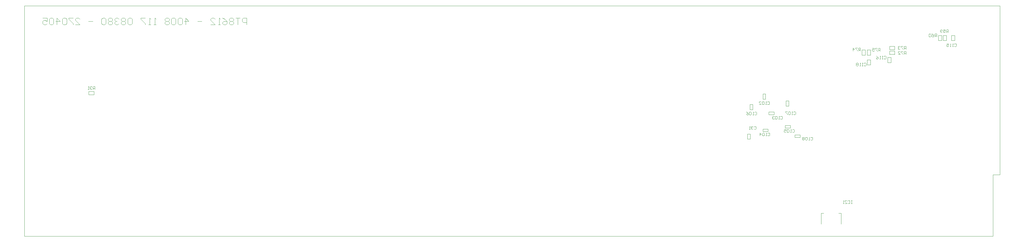
<source format=gbo>
*%FSLAX23Y23*%
*%MOIN*%
G01*
D11*
X15746Y6683D02*
X15828D01*
X15746Y5943D02*
X4096D01*
Y8718D02*
X15828D01*
X15746Y6683D02*
Y5943D01*
X15828Y6683D02*
Y8718D01*
X4096D02*
Y5943D01*
D12*
X15281Y8256D02*
X15287Y8261D01*
X15299D01*
X15305Y8256D01*
Y8232D01*
X15299Y8226D01*
X15287D01*
X15281Y8232D01*
X15270Y8226D02*
X15258D01*
X15264D01*
Y8261D01*
X15265D01*
X15264D02*
X15270Y8256D01*
X15241Y8226D02*
X15229D01*
X15235D01*
Y8261D01*
X15236D01*
X15235D02*
X15241Y8256D01*
X15211Y8261D02*
X15188D01*
X15211D02*
Y8244D01*
X15200Y8250D01*
X15194D01*
X15188Y8244D01*
Y8232D01*
X15194Y8226D01*
X15206D01*
X15211Y8232D01*
X15206Y8396D02*
Y8431D01*
X15189D01*
X15183Y8425D01*
Y8413D01*
X15189Y8407D01*
X15206D01*
X15195D02*
X15183Y8396D01*
X15171Y8431D02*
X15148D01*
X15171D02*
Y8413D01*
X15160Y8419D01*
X15154D01*
X15148Y8413D01*
Y8402D01*
X15154Y8396D01*
X15165D01*
X15171Y8402D01*
X15136D02*
X15130Y8396D01*
X15119D01*
X15113Y8402D01*
Y8425D01*
X15119Y8431D01*
X15130D01*
X15136Y8425D01*
Y8419D01*
X15130Y8413D01*
X15113D01*
X15068Y8380D02*
Y8345D01*
Y8380D02*
X15051D01*
X15045Y8374D01*
Y8362D01*
X15051Y8356D01*
X15068D01*
X15057D02*
X15045Y8345D01*
X15022Y8374D02*
X15010Y8380D01*
X15022Y8374D02*
X15033Y8362D01*
Y8350D01*
X15028Y8345D01*
X15016D01*
X15010Y8350D01*
Y8356D01*
X15016Y8362D01*
X15033D01*
X14998Y8374D02*
X14993Y8380D01*
X14981D01*
X14975Y8374D01*
Y8350D01*
X14981Y8345D01*
X14993D01*
X14998Y8350D01*
Y8374D01*
X14698Y8230D02*
Y8195D01*
Y8230D02*
X14681D01*
X14675Y8224D01*
Y8212D01*
X14681Y8207D01*
X14698D01*
X14687D02*
X14675Y8195D01*
X14663Y8230D02*
X14640D01*
Y8224D01*
X14663Y8201D01*
Y8195D01*
X14628Y8224D02*
X14623Y8230D01*
X14611D01*
X14605Y8224D01*
Y8218D01*
X14606D01*
X14605D02*
X14606D01*
X14605D02*
X14606D01*
X14605D02*
X14611Y8212D01*
X14617D01*
X14611D01*
X14605Y8207D01*
Y8201D01*
X14611Y8195D01*
X14623D01*
X14628Y8201D01*
X14698Y8167D02*
Y8132D01*
Y8167D02*
X14681D01*
X14675Y8161D01*
Y8149D01*
X14681Y8144D01*
X14698D01*
X14687D02*
X14675Y8132D01*
X14663Y8167D02*
X14640D01*
Y8161D01*
X14663Y8138D01*
Y8132D01*
X14628D02*
X14605D01*
X14628D02*
X14605Y8155D01*
Y8161D01*
X14611Y8167D01*
X14623D01*
X14628Y8161D01*
X14151Y8175D02*
Y8210D01*
X14134D01*
X14128Y8204D01*
Y8193D01*
X14134Y8187D01*
X14151D01*
X14139D02*
X14128Y8175D01*
X14116Y8210D02*
X14093D01*
Y8204D01*
X14116Y8181D01*
Y8175D01*
X14064D02*
Y8210D01*
X14081Y8193D01*
X14058D01*
X14387Y8206D02*
Y8171D01*
Y8206D02*
X14370D01*
X14364Y8201D01*
Y8189D01*
X14370Y8183D01*
X14387D01*
X14376D02*
X14364Y8171D01*
X14352Y8206D02*
X14329D01*
Y8201D01*
X14352Y8177D01*
Y8171D01*
X14317Y8206D02*
X14294D01*
X14317D02*
Y8189D01*
X14306Y8195D01*
X14300D01*
X14294Y8189D01*
Y8177D01*
X14300Y8171D01*
X14312D01*
X14317Y8177D01*
X14201Y8029D02*
X14195Y8023D01*
X14201Y8029D02*
X14212D01*
X14218Y8023D01*
Y8000D01*
X14212Y7994D01*
X14201D01*
X14195Y8000D01*
X14183Y7994D02*
X14171D01*
X14177D01*
Y8029D01*
X14178D01*
X14177D02*
X14183Y8023D01*
X14154Y7994D02*
X14142D01*
X14148D01*
Y8029D01*
X14149D01*
X14148D02*
X14154Y8023D01*
X14125D02*
X14119Y8029D01*
X14107D01*
X14101Y8023D01*
Y8018D01*
X14107Y8012D01*
X14101Y8006D01*
Y8000D01*
X14107Y7994D01*
X14119D01*
X14125Y8000D01*
Y8006D01*
X14119Y8012D01*
X14125Y8018D01*
Y8023D01*
X14119Y8012D02*
X14107D01*
X14435Y8106D02*
X14441Y8112D01*
X14452D01*
X14458Y8106D01*
Y8083D01*
X14452Y8077D01*
X14441D01*
X14435Y8083D01*
X14423Y8077D02*
X14412D01*
X14417D01*
Y8112D01*
X14418D01*
X14417D02*
X14423Y8106D01*
X14394Y8077D02*
X14382D01*
X14388D01*
Y8112D01*
X14389D01*
X14388D02*
X14394Y8106D01*
X14353D02*
X14342Y8112D01*
X14353Y8106D02*
X14365Y8094D01*
Y8083D01*
X14359Y8077D01*
X14347D01*
X14342Y8083D01*
Y8089D01*
X14347Y8094D01*
X14365D01*
X13354Y7443D02*
X13348Y7437D01*
X13354Y7443D02*
X13366D01*
X13372Y7437D01*
Y7413D01*
X13366Y7408D01*
X13354D01*
X13348Y7413D01*
X13337Y7408D02*
X13325D01*
X13331D01*
Y7443D01*
X13332D01*
X13331D02*
X13337Y7437D01*
X13307D02*
X13302Y7443D01*
X13290D01*
X13284Y7437D01*
Y7413D01*
X13290Y7408D01*
X13302D01*
X13307Y7413D01*
Y7437D01*
X13272Y7443D02*
X13249D01*
Y7437D01*
X13272Y7413D01*
Y7408D01*
X13197Y7387D02*
X13191Y7382D01*
X13197Y7387D02*
X13208D01*
X13214Y7382D01*
Y7358D01*
X13208Y7352D01*
X13197D01*
X13191Y7358D01*
X13179Y7352D02*
X13167D01*
X13173D01*
Y7387D01*
X13174D01*
X13173D02*
X13179Y7382D01*
X13150D02*
X13144Y7387D01*
X13132D01*
X13127Y7382D01*
Y7358D01*
X13132Y7352D01*
X13144D01*
X13150Y7358D01*
Y7382D01*
X13115D02*
X13109Y7387D01*
X13097D01*
X13092Y7382D01*
Y7376D01*
X13093D01*
X13092D02*
X13093D01*
X13092D02*
X13093D01*
X13092D02*
X13097Y7370D01*
X13103D01*
X13097D01*
X13092Y7364D01*
Y7358D01*
X13097Y7352D01*
X13109D01*
X13115Y7358D01*
X13333Y7224D02*
X13338Y7230D01*
X13350D01*
X13356Y7224D01*
Y7201D01*
X13350Y7195D01*
X13338D01*
X13333Y7201D01*
X13321Y7195D02*
X13309D01*
X13315D01*
Y7230D01*
X13316D01*
X13315D02*
X13321Y7224D01*
X13292D02*
X13286Y7230D01*
X13274D01*
X13268Y7224D01*
Y7201D01*
X13274Y7195D01*
X13286D01*
X13292Y7201D01*
Y7224D01*
X13257Y7230D02*
X13233D01*
X13257D02*
Y7212D01*
X13245Y7218D01*
X13239D01*
X13233Y7212D01*
Y7201D01*
X13239Y7195D01*
X13251D01*
X13257Y7201D01*
X13043Y7187D02*
X13037Y7181D01*
X13043Y7187D02*
X13055D01*
X13061Y7181D01*
Y7157D01*
X13055Y7152D01*
X13043D01*
X13037Y7157D01*
X13026Y7152D02*
X13014D01*
X13020D01*
Y7187D01*
X13021D01*
X13020D02*
X13026Y7181D01*
X12996D02*
X12991Y7187D01*
X12979D01*
X12973Y7181D01*
Y7157D01*
X12979Y7152D01*
X12991D01*
X12996Y7157D01*
Y7181D01*
X12944Y7187D02*
Y7152D01*
X12961Y7169D02*
X12944Y7187D01*
X12938Y7169D02*
X12961D01*
X13553Y7130D02*
X13559Y7135D01*
X13570D01*
X13576Y7130D01*
Y7106D01*
X13570Y7100D01*
X13559D01*
X13553Y7106D01*
X13541Y7100D02*
X13530D01*
X13535D01*
Y7135D01*
X13536D01*
X13535D02*
X13541Y7130D01*
X13512D02*
X13506Y7135D01*
X13495D01*
X13489Y7130D01*
Y7106D01*
X13495Y7100D01*
X13506D01*
X13512Y7106D01*
Y7130D01*
X13477D02*
X13471Y7135D01*
X13460D01*
X13454Y7130D01*
Y7124D01*
X13460Y7118D01*
X13454Y7112D01*
Y7106D01*
X13460Y7100D01*
X13471D01*
X13477Y7106D01*
Y7112D01*
X13471Y7118D01*
X13477Y7124D01*
Y7130D01*
X13471Y7118D02*
X13460D01*
X14041Y6372D02*
X14053D01*
X14047D02*
X14041D01*
X14047D02*
Y6337D01*
X14053D01*
X14041D01*
X14006Y6372D02*
X14000Y6366D01*
X14006Y6372D02*
X14018D01*
X14024Y6366D01*
Y6343D01*
X14018Y6337D01*
X14006D01*
X14000Y6343D01*
X13989Y6337D02*
X13965D01*
X13989D02*
X13965Y6360D01*
Y6366D01*
X13971Y6372D01*
X13983D01*
X13989Y6366D01*
X13954Y6337D02*
X13942D01*
X13948D01*
Y6372D01*
X13949D01*
X13948D02*
X13954Y6366D01*
X12886Y7439D02*
X12880Y7433D01*
X12886Y7439D02*
X12897D01*
X12903Y7433D01*
Y7409D01*
X12897Y7404D01*
X12886D01*
X12880Y7409D01*
X12868Y7404D02*
X12856D01*
X12862D01*
Y7439D01*
X12863D01*
X12862D02*
X12868Y7433D01*
X12839D02*
X12833Y7439D01*
X12821D01*
X12816Y7433D01*
Y7409D01*
X12821Y7404D01*
X12833D01*
X12839Y7409D01*
Y7433D01*
X12792D02*
X12781Y7439D01*
X12792Y7433D02*
X12804Y7421D01*
Y7409D01*
X12798Y7404D01*
X12786D01*
X12781Y7409D01*
Y7415D01*
X12786Y7421D01*
X12804D01*
X13033Y7559D02*
X13039Y7565D01*
X13051D01*
X13057Y7559D01*
Y7535D01*
X13051Y7530D01*
X13039D01*
X13033Y7535D01*
X13022Y7530D02*
X13010D01*
X13016D01*
Y7565D01*
X13017D01*
X13016D02*
X13022Y7559D01*
X12992D02*
X12987Y7565D01*
X12975D01*
X12969Y7559D01*
Y7535D01*
X12975Y7530D01*
X12987D01*
X12992Y7535D01*
Y7559D01*
X12957Y7530D02*
X12934D01*
X12957D02*
X12934Y7553D01*
Y7559D01*
X12940Y7565D01*
X12952D01*
X12957Y7559D01*
X12878Y7265D02*
X12872Y7260D01*
X12878Y7265D02*
X12889D01*
X12895Y7260D01*
Y7236D01*
X12889Y7230D01*
X12878D01*
X12872Y7236D01*
X12860Y7260D02*
X12854Y7265D01*
X12843D01*
X12837Y7260D01*
Y7254D01*
X12838D01*
X12837D02*
X12838D01*
X12837D02*
X12838D01*
X12837D02*
X12843Y7248D01*
X12849D01*
X12843D01*
X12837Y7242D01*
Y7236D01*
X12843Y7230D01*
X12854D01*
X12860Y7236D01*
X12825Y7230D02*
X12814D01*
X12819D01*
Y7265D01*
X12820D01*
X12819D02*
X12825Y7260D01*
X4942Y7711D02*
Y7746D01*
X4925D01*
X4919Y7740D01*
Y7728D01*
X4925Y7722D01*
X4942D01*
X4931D02*
X4919Y7711D01*
X4907Y7740D02*
X4902Y7746D01*
X4890D01*
X4884Y7740D01*
Y7734D01*
X4885D01*
X4884D02*
X4885D01*
X4884D02*
X4885D01*
X4884D02*
X4890Y7728D01*
X4896D01*
X4890D01*
X4884Y7722D01*
Y7717D01*
X4890Y7711D01*
X4902D01*
X4907Y7717D01*
X4872Y7711D02*
X4861D01*
X4867D01*
Y7746D01*
X4868D01*
X4867D02*
X4872Y7740D01*
D14*
X15245Y8299D02*
Y8360D01*
X15285D02*
Y8299D01*
X15286Y8299D02*
X15246D01*
Y8360D02*
X15286D01*
X15187Y8360D02*
Y8299D01*
X15147D02*
Y8360D01*
X15147Y8360D02*
X15187D01*
Y8299D02*
X15147D01*
X15128Y8299D02*
Y8360D01*
X15088D02*
Y8299D01*
X15088Y8360D02*
X15128D01*
Y8299D02*
X15088D01*
X14503Y8230D02*
Y8190D01*
X14564D02*
Y8230D01*
X14564Y8231D02*
X14503D01*
Y8191D02*
X14564D01*
X14503Y8171D02*
Y8131D01*
X14564D02*
Y8171D01*
X14564Y8172D02*
X14503D01*
Y8132D02*
X14564D01*
X14210Y8125D02*
Y8186D01*
X14170D02*
Y8125D01*
X14170Y8186D02*
X14210D01*
Y8125D02*
X14170D01*
X14273Y8125D02*
Y8186D01*
X14233D02*
Y8125D01*
X14233Y8186D02*
X14273D01*
Y8125D02*
X14233D01*
X14273Y8067D02*
Y8006D01*
X14233D02*
Y8067D01*
X14233Y8067D02*
X14273D01*
Y8006D02*
X14233D01*
X14518Y8035D02*
Y8096D01*
X14478D02*
Y8035D01*
X14478Y8096D02*
X14518D01*
Y8035D02*
X14478D01*
X13257Y7573D02*
Y7510D01*
X13289D02*
Y7573D01*
X13289Y7573D02*
X13258D01*
Y7510D02*
X13289D01*
X13049Y7439D02*
Y7407D01*
X13112D02*
Y7439D01*
X13112Y7407D02*
X13049D01*
Y7439D02*
X13112D01*
X13245Y7278D02*
Y7246D01*
X13308D02*
Y7278D01*
X13309Y7246D02*
X13246D01*
Y7278D02*
X13309D01*
X13041Y7234D02*
Y7203D01*
X12978D02*
Y7234D01*
X12978Y7235D02*
X13041D01*
Y7203D02*
X12978D01*
X13364Y7163D02*
Y7132D01*
X13427D02*
Y7163D01*
X13427Y7132D02*
X13364D01*
Y7164D02*
X13427D01*
X13681Y6220D02*
Y6090D01*
X13921D02*
Y6220D01*
X13711D02*
X13681D01*
X13891D02*
X13921D01*
X12856Y7467D02*
Y7530D01*
X12824D02*
Y7467D01*
X12825Y7467D02*
X12856D01*
Y7530D02*
X12825D01*
X12978Y7593D02*
Y7656D01*
X13010D02*
Y7593D01*
X13010Y7656D02*
X12978D01*
Y7593D02*
X13010D01*
X12825Y7175D02*
Y7112D01*
X12793D02*
Y7175D01*
X12793Y7112D02*
X12825D01*
Y7175D02*
X12793D01*
X4932Y7648D02*
Y7688D01*
X4871D02*
Y7648D01*
X4871Y7648D02*
X4932D01*
Y7688D02*
X4871D01*
D15*
X6769Y8490D02*
Y8569D01*
X6730D01*
X6717Y8556D01*
Y8530D01*
X6730Y8516D01*
X6769D01*
X6691Y8569D02*
X6638D01*
X6664D01*
Y8490D01*
X6612Y8556D02*
X6599Y8569D01*
X6572D01*
X6559Y8556D01*
Y8543D01*
X6572Y8530D01*
X6559Y8516D01*
Y8503D01*
X6572Y8490D01*
X6599D01*
X6612Y8503D01*
Y8516D01*
X6599Y8530D01*
X6612Y8543D01*
Y8556D01*
X6599Y8530D02*
X6572D01*
X6507Y8556D02*
X6481Y8569D01*
X6507Y8556D02*
X6533Y8530D01*
Y8503D01*
X6520Y8490D01*
X6494D01*
X6481Y8503D01*
Y8516D01*
X6494Y8530D01*
X6533D01*
X6454Y8490D02*
X6428D01*
X6441D01*
Y8569D01*
X6442D01*
X6441D02*
X6454Y8556D01*
X6389Y8490D02*
X6336D01*
X6389D02*
X6336Y8543D01*
Y8556D01*
X6349Y8569D01*
X6376D01*
X6389Y8556D01*
X6231Y8530D02*
X6179D01*
X6035Y8569D02*
Y8490D01*
X6074Y8530D02*
X6035Y8569D01*
X6021Y8530D02*
X6074D01*
X5995Y8556D02*
X5982Y8569D01*
X5956D01*
X5943Y8556D01*
Y8503D01*
X5956Y8490D01*
X5982D01*
X5995Y8503D01*
Y8556D01*
X5916D02*
X5903Y8569D01*
X5877D01*
X5864Y8556D01*
Y8503D01*
X5877Y8490D01*
X5903D01*
X5916Y8503D01*
Y8556D01*
X5838D02*
X5825Y8569D01*
X5798D01*
X5785Y8556D01*
Y8543D01*
X5798Y8530D01*
X5785Y8516D01*
Y8503D01*
X5798Y8490D01*
X5825D01*
X5838Y8503D01*
Y8516D01*
X5825Y8530D01*
X5838Y8543D01*
Y8556D01*
X5825Y8530D02*
X5798D01*
X5680Y8490D02*
X5654D01*
X5667D01*
Y8569D01*
X5668D01*
X5667D02*
X5680Y8556D01*
X5615Y8490D02*
X5589D01*
X5602D01*
Y8569D01*
X5603D01*
X5602D02*
X5615Y8556D01*
X5549Y8569D02*
X5497D01*
Y8556D01*
X5549Y8503D01*
Y8490D01*
X5392Y8556D02*
X5379Y8569D01*
X5352D01*
X5339Y8556D01*
Y8503D01*
X5352Y8490D01*
X5379D01*
X5392Y8503D01*
Y8556D01*
X5313D02*
X5300Y8569D01*
X5274D01*
X5261Y8556D01*
Y8543D01*
X5274Y8530D01*
X5261Y8516D01*
Y8503D01*
X5274Y8490D01*
X5300D01*
X5313Y8503D01*
Y8516D01*
X5300Y8530D01*
X5313Y8543D01*
Y8556D01*
X5300Y8530D02*
X5274D01*
X5234Y8556D02*
X5221Y8569D01*
X5195D01*
X5182Y8556D01*
Y8543D01*
X5183D01*
X5182D02*
X5183D01*
X5182D02*
X5183D01*
X5182D02*
X5195Y8530D01*
X5208D01*
X5195D01*
X5182Y8516D01*
Y8503D01*
X5195Y8490D01*
X5221D01*
X5234Y8503D01*
X5156Y8556D02*
X5142Y8569D01*
X5116D01*
X5103Y8556D01*
Y8543D01*
X5116Y8530D01*
X5103Y8516D01*
Y8503D01*
X5116Y8490D01*
X5142D01*
X5156Y8503D01*
Y8516D01*
X5142Y8530D01*
X5156Y8543D01*
Y8556D01*
X5142Y8530D02*
X5116D01*
X5077Y8556D02*
X5064Y8569D01*
X5038D01*
X5024Y8556D01*
Y8503D01*
X5038Y8490D01*
X5064D01*
X5077Y8503D01*
Y8556D01*
X4919Y8530D02*
X4867D01*
X4762Y8490D02*
X4710D01*
X4762D02*
X4710Y8543D01*
Y8556D01*
X4723Y8569D01*
X4749D01*
X4762Y8556D01*
X4683Y8569D02*
X4631D01*
Y8556D01*
X4683Y8503D01*
Y8490D01*
X4605Y8556D02*
X4591Y8569D01*
X4565D01*
X4552Y8556D01*
Y8503D01*
X4565Y8490D01*
X4591D01*
X4605Y8503D01*
Y8556D01*
X4487Y8569D02*
Y8490D01*
X4526Y8530D02*
X4487Y8569D01*
X4473Y8530D02*
X4526D01*
X4447Y8556D02*
X4434Y8569D01*
X4408D01*
X4395Y8556D01*
Y8503D01*
X4408Y8490D01*
X4434D01*
X4447Y8503D01*
Y8556D01*
X4368Y8569D02*
X4316D01*
X4368D02*
Y8530D01*
X4342Y8543D01*
X4329D01*
X4316Y8530D01*
Y8503D01*
X4329Y8490D01*
X4355D01*
X4368Y8503D01*
D02*
M02*

</source>
